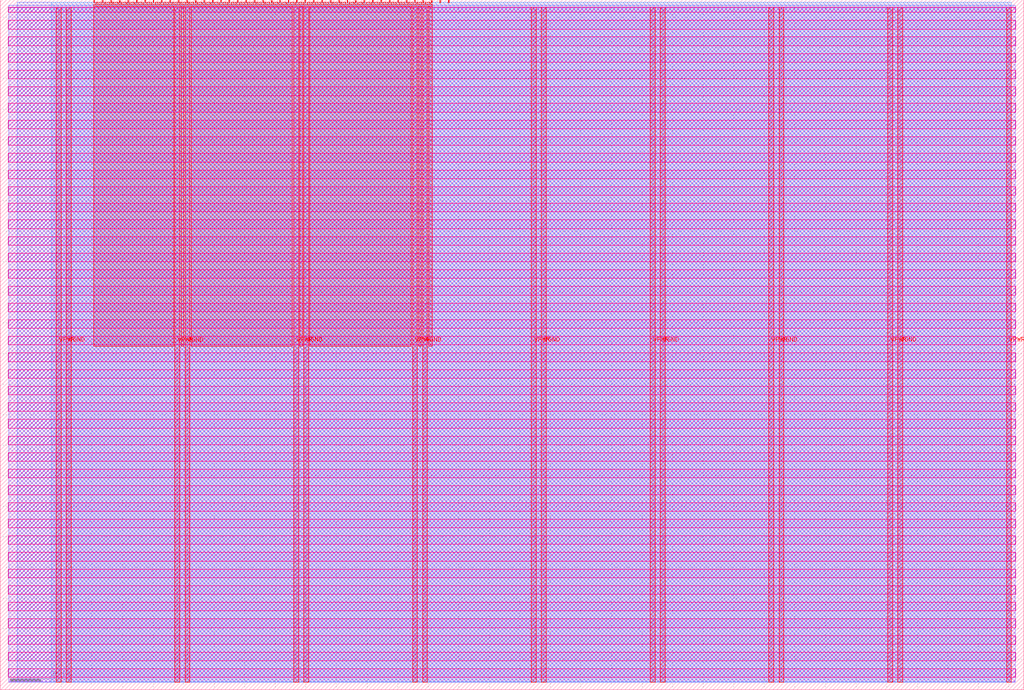
<source format=lef>
VERSION 5.7 ;
  NOWIREEXTENSIONATPIN ON ;
  DIVIDERCHAR "/" ;
  BUSBITCHARS "[]" ;
MACRO tt_um_ddc_arghunter
  CLASS BLOCK ;
  FOREIGN tt_um_ddc_arghunter ;
  ORIGIN 0.000 0.000 ;
  SIZE 334.880 BY 225.760 ;
  PIN VGND
    DIRECTION INOUT ;
    USE GROUND ;
    PORT
      LAYER met4 ;
        RECT 21.580 2.480 23.180 223.280 ;
    END
    PORT
      LAYER met4 ;
        RECT 60.450 2.480 62.050 223.280 ;
    END
    PORT
      LAYER met4 ;
        RECT 99.320 2.480 100.920 223.280 ;
    END
    PORT
      LAYER met4 ;
        RECT 138.190 2.480 139.790 223.280 ;
    END
    PORT
      LAYER met4 ;
        RECT 177.060 2.480 178.660 223.280 ;
    END
    PORT
      LAYER met4 ;
        RECT 215.930 2.480 217.530 223.280 ;
    END
    PORT
      LAYER met4 ;
        RECT 254.800 2.480 256.400 223.280 ;
    END
    PORT
      LAYER met4 ;
        RECT 293.670 2.480 295.270 223.280 ;
    END
  END VGND
  PIN VPWR
    DIRECTION INOUT ;
    USE POWER ;
    PORT
      LAYER met4 ;
        RECT 18.280 2.480 19.880 223.280 ;
    END
    PORT
      LAYER met4 ;
        RECT 57.150 2.480 58.750 223.280 ;
    END
    PORT
      LAYER met4 ;
        RECT 96.020 2.480 97.620 223.280 ;
    END
    PORT
      LAYER met4 ;
        RECT 134.890 2.480 136.490 223.280 ;
    END
    PORT
      LAYER met4 ;
        RECT 173.760 2.480 175.360 223.280 ;
    END
    PORT
      LAYER met4 ;
        RECT 212.630 2.480 214.230 223.280 ;
    END
    PORT
      LAYER met4 ;
        RECT 251.500 2.480 253.100 223.280 ;
    END
    PORT
      LAYER met4 ;
        RECT 290.370 2.480 291.970 223.280 ;
    END
    PORT
      LAYER met4 ;
        RECT 329.240 2.480 330.840 223.280 ;
    END
  END VPWR
  PIN clk
    DIRECTION INPUT ;
    USE SIGNAL ;
    PORT
      LAYER met4 ;
        RECT 143.830 224.760 144.130 225.760 ;
    END
  END clk
  PIN ena
    DIRECTION INPUT ;
    USE SIGNAL ;
    PORT
      LAYER met4 ;
        RECT 146.590 224.760 146.890 225.760 ;
    END
  END ena
  PIN rst_n
    DIRECTION INPUT ;
    USE SIGNAL ;
    ANTENNAGATEAREA 0.196500 ;
    PORT
      LAYER met4 ;
        RECT 141.070 224.760 141.370 225.760 ;
    END
  END rst_n
  PIN ui_in[0]
    DIRECTION INPUT ;
    USE SIGNAL ;
    ANTENNAGATEAREA 0.213000 ;
    PORT
      LAYER met4 ;
        RECT 138.310 224.760 138.610 225.760 ;
    END
  END ui_in[0]
  PIN ui_in[1]
    DIRECTION INPUT ;
    USE SIGNAL ;
    ANTENNAGATEAREA 0.196500 ;
    PORT
      LAYER met4 ;
        RECT 135.550 224.760 135.850 225.760 ;
    END
  END ui_in[1]
  PIN ui_in[2]
    DIRECTION INPUT ;
    USE SIGNAL ;
    ANTENNAGATEAREA 0.196500 ;
    PORT
      LAYER met4 ;
        RECT 132.790 224.760 133.090 225.760 ;
    END
  END ui_in[2]
  PIN ui_in[3]
    DIRECTION INPUT ;
    USE SIGNAL ;
    ANTENNAGATEAREA 0.196500 ;
    PORT
      LAYER met4 ;
        RECT 130.030 224.760 130.330 225.760 ;
    END
  END ui_in[3]
  PIN ui_in[4]
    DIRECTION INPUT ;
    USE SIGNAL ;
    PORT
      LAYER met4 ;
        RECT 127.270 224.760 127.570 225.760 ;
    END
  END ui_in[4]
  PIN ui_in[5]
    DIRECTION INPUT ;
    USE SIGNAL ;
    PORT
      LAYER met4 ;
        RECT 124.510 224.760 124.810 225.760 ;
    END
  END ui_in[5]
  PIN ui_in[6]
    DIRECTION INPUT ;
    USE SIGNAL ;
    PORT
      LAYER met4 ;
        RECT 121.750 224.760 122.050 225.760 ;
    END
  END ui_in[6]
  PIN ui_in[7]
    DIRECTION INPUT ;
    USE SIGNAL ;
    PORT
      LAYER met4 ;
        RECT 118.990 224.760 119.290 225.760 ;
    END
  END ui_in[7]
  PIN uio_in[0]
    DIRECTION INPUT ;
    USE SIGNAL ;
    PORT
      LAYER met4 ;
        RECT 116.230 224.760 116.530 225.760 ;
    END
  END uio_in[0]
  PIN uio_in[1]
    DIRECTION INPUT ;
    USE SIGNAL ;
    PORT
      LAYER met4 ;
        RECT 113.470 224.760 113.770 225.760 ;
    END
  END uio_in[1]
  PIN uio_in[2]
    DIRECTION INPUT ;
    USE SIGNAL ;
    PORT
      LAYER met4 ;
        RECT 110.710 224.760 111.010 225.760 ;
    END
  END uio_in[2]
  PIN uio_in[3]
    DIRECTION INPUT ;
    USE SIGNAL ;
    PORT
      LAYER met4 ;
        RECT 107.950 224.760 108.250 225.760 ;
    END
  END uio_in[3]
  PIN uio_in[4]
    DIRECTION INPUT ;
    USE SIGNAL ;
    PORT
      LAYER met4 ;
        RECT 105.190 224.760 105.490 225.760 ;
    END
  END uio_in[4]
  PIN uio_in[5]
    DIRECTION INPUT ;
    USE SIGNAL ;
    PORT
      LAYER met4 ;
        RECT 102.430 224.760 102.730 225.760 ;
    END
  END uio_in[5]
  PIN uio_in[6]
    DIRECTION INPUT ;
    USE SIGNAL ;
    PORT
      LAYER met4 ;
        RECT 99.670 224.760 99.970 225.760 ;
    END
  END uio_in[6]
  PIN uio_in[7]
    DIRECTION INPUT ;
    USE SIGNAL ;
    PORT
      LAYER met4 ;
        RECT 96.910 224.760 97.210 225.760 ;
    END
  END uio_in[7]
  PIN uio_oe[0]
    DIRECTION OUTPUT ;
    USE SIGNAL ;
    ANTENNADIFFAREA 0.445500 ;
    PORT
      LAYER met4 ;
        RECT 49.990 224.760 50.290 225.760 ;
    END
  END uio_oe[0]
  PIN uio_oe[1]
    DIRECTION OUTPUT ;
    USE SIGNAL ;
    ANTENNADIFFAREA 0.445500 ;
    PORT
      LAYER met4 ;
        RECT 47.230 224.760 47.530 225.760 ;
    END
  END uio_oe[1]
  PIN uio_oe[2]
    DIRECTION OUTPUT ;
    USE SIGNAL ;
    ANTENNADIFFAREA 0.445500 ;
    PORT
      LAYER met4 ;
        RECT 44.470 224.760 44.770 225.760 ;
    END
  END uio_oe[2]
  PIN uio_oe[3]
    DIRECTION OUTPUT ;
    USE SIGNAL ;
    ANTENNADIFFAREA 0.445500 ;
    PORT
      LAYER met4 ;
        RECT 41.710 224.760 42.010 225.760 ;
    END
  END uio_oe[3]
  PIN uio_oe[4]
    DIRECTION OUTPUT ;
    USE SIGNAL ;
    ANTENNADIFFAREA 0.445500 ;
    PORT
      LAYER met4 ;
        RECT 38.950 224.760 39.250 225.760 ;
    END
  END uio_oe[4]
  PIN uio_oe[5]
    DIRECTION OUTPUT ;
    USE SIGNAL ;
    ANTENNADIFFAREA 0.445500 ;
    PORT
      LAYER met4 ;
        RECT 36.190 224.760 36.490 225.760 ;
    END
  END uio_oe[5]
  PIN uio_oe[6]
    DIRECTION OUTPUT ;
    USE SIGNAL ;
    ANTENNADIFFAREA 0.445500 ;
    PORT
      LAYER met4 ;
        RECT 33.430 224.760 33.730 225.760 ;
    END
  END uio_oe[6]
  PIN uio_oe[7]
    DIRECTION OUTPUT ;
    USE SIGNAL ;
    ANTENNADIFFAREA 0.445500 ;
    PORT
      LAYER met4 ;
        RECT 30.670 224.760 30.970 225.760 ;
    END
  END uio_oe[7]
  PIN uio_out[0]
    DIRECTION OUTPUT ;
    USE SIGNAL ;
    ANTENNADIFFAREA 0.445500 ;
    PORT
      LAYER met4 ;
        RECT 72.070 224.760 72.370 225.760 ;
    END
  END uio_out[0]
  PIN uio_out[1]
    DIRECTION OUTPUT ;
    USE SIGNAL ;
    ANTENNADIFFAREA 0.445500 ;
    PORT
      LAYER met4 ;
        RECT 69.310 224.760 69.610 225.760 ;
    END
  END uio_out[1]
  PIN uio_out[2]
    DIRECTION OUTPUT ;
    USE SIGNAL ;
    ANTENNADIFFAREA 0.445500 ;
    PORT
      LAYER met4 ;
        RECT 66.550 224.760 66.850 225.760 ;
    END
  END uio_out[2]
  PIN uio_out[3]
    DIRECTION OUTPUT ;
    USE SIGNAL ;
    ANTENNADIFFAREA 0.445500 ;
    PORT
      LAYER met4 ;
        RECT 63.790 224.760 64.090 225.760 ;
    END
  END uio_out[3]
  PIN uio_out[4]
    DIRECTION OUTPUT ;
    USE SIGNAL ;
    ANTENNADIFFAREA 0.445500 ;
    PORT
      LAYER met4 ;
        RECT 61.030 224.760 61.330 225.760 ;
    END
  END uio_out[4]
  PIN uio_out[5]
    DIRECTION OUTPUT ;
    USE SIGNAL ;
    ANTENNADIFFAREA 0.445500 ;
    PORT
      LAYER met4 ;
        RECT 58.270 224.760 58.570 225.760 ;
    END
  END uio_out[5]
  PIN uio_out[6]
    DIRECTION OUTPUT ;
    USE SIGNAL ;
    ANTENNADIFFAREA 0.445500 ;
    PORT
      LAYER met4 ;
        RECT 55.510 224.760 55.810 225.760 ;
    END
  END uio_out[6]
  PIN uio_out[7]
    DIRECTION OUTPUT ;
    USE SIGNAL ;
    ANTENNADIFFAREA 0.445500 ;
    PORT
      LAYER met4 ;
        RECT 52.750 224.760 53.050 225.760 ;
    END
  END uio_out[7]
  PIN uo_out[0]
    DIRECTION OUTPUT ;
    USE SIGNAL ;
    ANTENNADIFFAREA 0.795200 ;
    PORT
      LAYER met4 ;
        RECT 94.150 224.760 94.450 225.760 ;
    END
  END uo_out[0]
  PIN uo_out[1]
    DIRECTION OUTPUT ;
    USE SIGNAL ;
    ANTENNADIFFAREA 0.445500 ;
    PORT
      LAYER met4 ;
        RECT 91.390 224.760 91.690 225.760 ;
    END
  END uo_out[1]
  PIN uo_out[2]
    DIRECTION OUTPUT ;
    USE SIGNAL ;
    ANTENNADIFFAREA 0.445500 ;
    PORT
      LAYER met4 ;
        RECT 88.630 224.760 88.930 225.760 ;
    END
  END uo_out[2]
  PIN uo_out[3]
    DIRECTION OUTPUT ;
    USE SIGNAL ;
    ANTENNADIFFAREA 0.445500 ;
    PORT
      LAYER met4 ;
        RECT 85.870 224.760 86.170 225.760 ;
    END
  END uo_out[3]
  PIN uo_out[4]
    DIRECTION OUTPUT ;
    USE SIGNAL ;
    ANTENNADIFFAREA 0.445500 ;
    PORT
      LAYER met4 ;
        RECT 83.110 224.760 83.410 225.760 ;
    END
  END uo_out[4]
  PIN uo_out[5]
    DIRECTION OUTPUT ;
    USE SIGNAL ;
    ANTENNADIFFAREA 0.445500 ;
    PORT
      LAYER met4 ;
        RECT 80.350 224.760 80.650 225.760 ;
    END
  END uo_out[5]
  PIN uo_out[6]
    DIRECTION OUTPUT ;
    USE SIGNAL ;
    ANTENNADIFFAREA 0.445500 ;
    PORT
      LAYER met4 ;
        RECT 77.590 224.760 77.890 225.760 ;
    END
  END uo_out[6]
  PIN uo_out[7]
    DIRECTION OUTPUT ;
    USE SIGNAL ;
    ANTENNADIFFAREA 0.445500 ;
    PORT
      LAYER met4 ;
        RECT 74.830 224.760 75.130 225.760 ;
    END
  END uo_out[7]
  OBS
      LAYER nwell ;
        RECT 2.570 221.625 332.310 223.230 ;
        RECT 2.570 216.185 332.310 219.015 ;
        RECT 2.570 210.745 332.310 213.575 ;
        RECT 2.570 205.305 332.310 208.135 ;
        RECT 2.570 199.865 332.310 202.695 ;
        RECT 2.570 194.425 332.310 197.255 ;
        RECT 2.570 188.985 332.310 191.815 ;
        RECT 2.570 183.545 332.310 186.375 ;
        RECT 2.570 178.105 332.310 180.935 ;
        RECT 2.570 172.665 332.310 175.495 ;
        RECT 2.570 167.225 332.310 170.055 ;
        RECT 2.570 161.785 332.310 164.615 ;
        RECT 2.570 156.345 332.310 159.175 ;
        RECT 2.570 150.905 332.310 153.735 ;
        RECT 2.570 145.465 332.310 148.295 ;
        RECT 2.570 140.025 332.310 142.855 ;
        RECT 2.570 134.585 332.310 137.415 ;
        RECT 2.570 129.145 332.310 131.975 ;
        RECT 2.570 123.705 332.310 126.535 ;
        RECT 2.570 118.265 332.310 121.095 ;
        RECT 2.570 112.825 332.310 115.655 ;
        RECT 2.570 107.385 332.310 110.215 ;
        RECT 2.570 101.945 332.310 104.775 ;
        RECT 2.570 96.505 332.310 99.335 ;
        RECT 2.570 91.065 332.310 93.895 ;
        RECT 2.570 85.625 332.310 88.455 ;
        RECT 2.570 80.185 332.310 83.015 ;
        RECT 2.570 74.745 332.310 77.575 ;
        RECT 2.570 69.305 332.310 72.135 ;
        RECT 2.570 63.865 332.310 66.695 ;
        RECT 2.570 58.425 332.310 61.255 ;
        RECT 2.570 52.985 332.310 55.815 ;
        RECT 2.570 47.545 332.310 50.375 ;
        RECT 2.570 42.105 332.310 44.935 ;
        RECT 2.570 36.665 332.310 39.495 ;
        RECT 2.570 31.225 332.310 34.055 ;
        RECT 2.570 25.785 332.310 28.615 ;
        RECT 2.570 20.345 332.310 23.175 ;
        RECT 2.570 14.905 332.310 17.735 ;
        RECT 2.570 9.465 332.310 12.295 ;
        RECT 2.570 4.025 332.310 6.855 ;
      LAYER li1 ;
        RECT 2.760 2.635 332.120 223.125 ;
      LAYER met1 ;
        RECT 2.760 2.480 332.120 224.020 ;
      LAYER met2 ;
        RECT 5.620 2.535 330.810 224.925 ;
      LAYER met3 ;
        RECT 16.625 2.555 330.830 224.905 ;
      LAYER met4 ;
        RECT 31.370 224.360 33.030 224.905 ;
        RECT 34.130 224.360 35.790 224.905 ;
        RECT 36.890 224.360 38.550 224.905 ;
        RECT 39.650 224.360 41.310 224.905 ;
        RECT 42.410 224.360 44.070 224.905 ;
        RECT 45.170 224.360 46.830 224.905 ;
        RECT 47.930 224.360 49.590 224.905 ;
        RECT 50.690 224.360 52.350 224.905 ;
        RECT 53.450 224.360 55.110 224.905 ;
        RECT 56.210 224.360 57.870 224.905 ;
        RECT 58.970 224.360 60.630 224.905 ;
        RECT 61.730 224.360 63.390 224.905 ;
        RECT 64.490 224.360 66.150 224.905 ;
        RECT 67.250 224.360 68.910 224.905 ;
        RECT 70.010 224.360 71.670 224.905 ;
        RECT 72.770 224.360 74.430 224.905 ;
        RECT 75.530 224.360 77.190 224.905 ;
        RECT 78.290 224.360 79.950 224.905 ;
        RECT 81.050 224.360 82.710 224.905 ;
        RECT 83.810 224.360 85.470 224.905 ;
        RECT 86.570 224.360 88.230 224.905 ;
        RECT 89.330 224.360 90.990 224.905 ;
        RECT 92.090 224.360 93.750 224.905 ;
        RECT 94.850 224.360 96.510 224.905 ;
        RECT 97.610 224.360 99.270 224.905 ;
        RECT 100.370 224.360 102.030 224.905 ;
        RECT 103.130 224.360 104.790 224.905 ;
        RECT 105.890 224.360 107.550 224.905 ;
        RECT 108.650 224.360 110.310 224.905 ;
        RECT 111.410 224.360 113.070 224.905 ;
        RECT 114.170 224.360 115.830 224.905 ;
        RECT 116.930 224.360 118.590 224.905 ;
        RECT 119.690 224.360 121.350 224.905 ;
        RECT 122.450 224.360 124.110 224.905 ;
        RECT 125.210 224.360 126.870 224.905 ;
        RECT 127.970 224.360 129.630 224.905 ;
        RECT 130.730 224.360 132.390 224.905 ;
        RECT 133.490 224.360 135.150 224.905 ;
        RECT 136.250 224.360 137.910 224.905 ;
        RECT 139.010 224.360 140.670 224.905 ;
        RECT 30.655 223.680 141.385 224.360 ;
        RECT 30.655 112.375 56.750 223.680 ;
        RECT 59.150 112.375 60.050 223.680 ;
        RECT 62.450 112.375 95.620 223.680 ;
        RECT 98.020 112.375 98.920 223.680 ;
        RECT 101.320 112.375 134.490 223.680 ;
        RECT 136.890 112.375 137.790 223.680 ;
        RECT 140.190 112.375 141.385 223.680 ;
  END
END tt_um_ddc_arghunter
END LIBRARY


</source>
